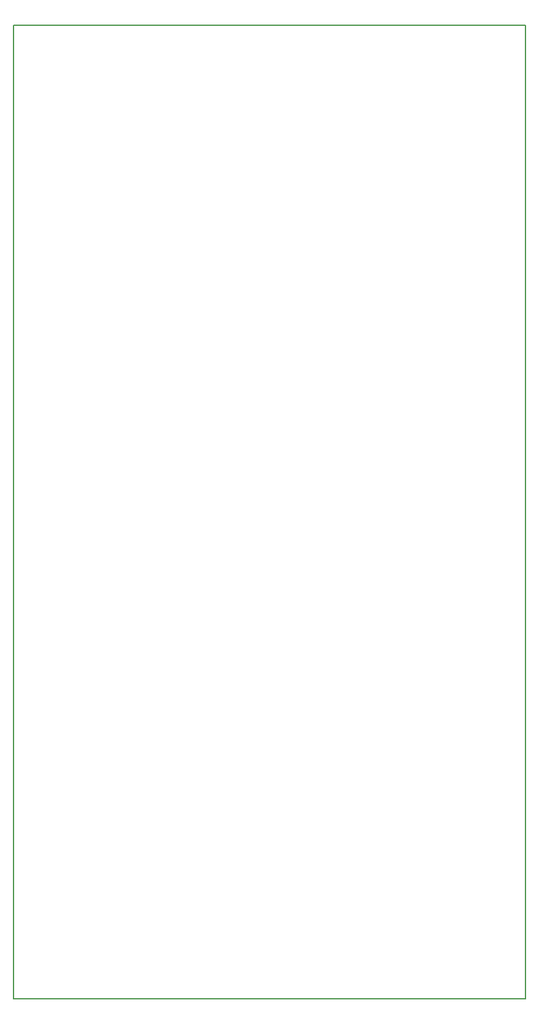
<source format=gm1>
G04 #@! TF.GenerationSoftware,KiCad,Pcbnew,5.0.0-rc2-dev-unknown-54f14b0~63~ubuntu16.04.1*
G04 #@! TF.CreationDate,2018-04-02T00:46:52+01:00*
G04 #@! TF.ProjectId,g5500-ethernet-controller,67353530302D65746865726E65742D63,rev?*
G04 #@! TF.SameCoordinates,Original*
G04 #@! TF.FileFunction,Profile,NP*
%FSLAX46Y46*%
G04 Gerber Fmt 4.6, Leading zero omitted, Abs format (unit mm)*
G04 Created by KiCad (PCBNEW 5.0.0-rc2-dev-unknown-54f14b0~63~ubuntu16.04.1) date Mon Apr  2 00:46:52 2018*
%MOMM*%
%LPD*%
G01*
G04 APERTURE LIST*
%ADD10C,0.200000*%
G04 APERTURE END LIST*
D10*
X127750000Y-162250000D02*
X127750000Y-28250000D01*
X57250000Y-162250000D02*
X127750000Y-162250000D01*
X57250000Y-28250000D02*
X57250000Y-162250000D01*
X127750000Y-28250000D02*
X57250000Y-28250000D01*
M02*

</source>
